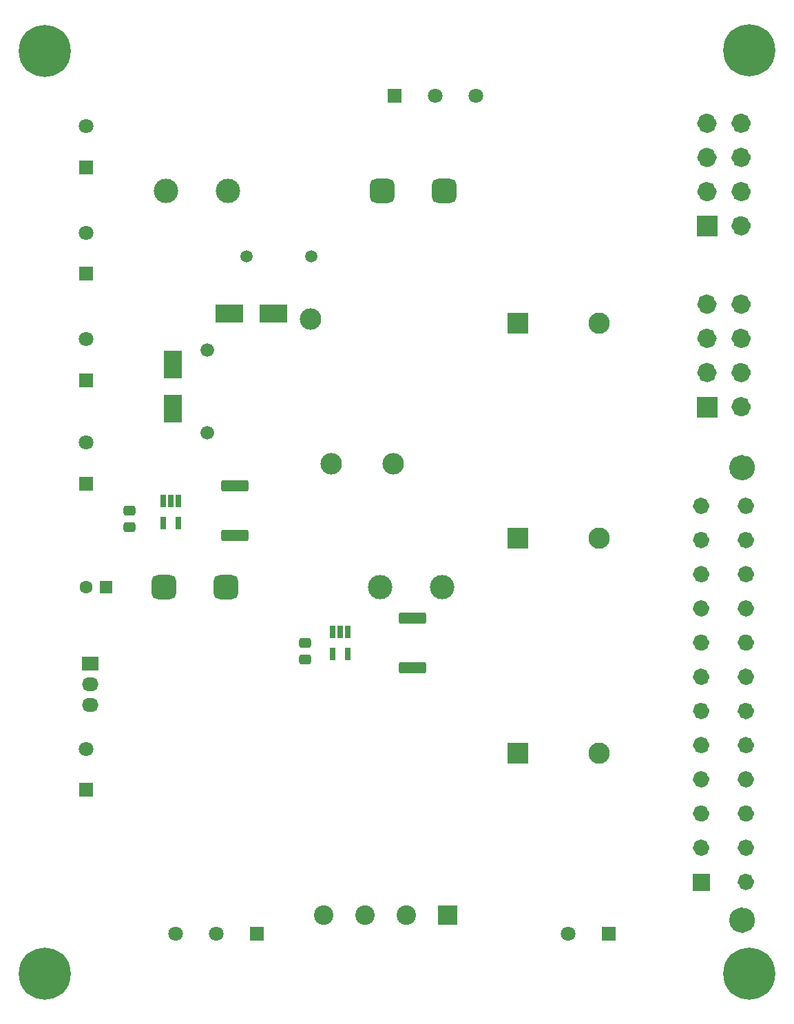
<source format=gbs>
G04 #@! TF.GenerationSoftware,KiCad,Pcbnew,7.0.1*
G04 #@! TF.CreationDate,2023-04-08T17:38:13-04:00*
G04 #@! TF.ProjectId,Input,496e7075-742e-46b6-9963-61645f706362,rev?*
G04 #@! TF.SameCoordinates,Original*
G04 #@! TF.FileFunction,Soldermask,Bot*
G04 #@! TF.FilePolarity,Negative*
%FSLAX46Y46*%
G04 Gerber Fmt 4.6, Leading zero omitted, Abs format (unit mm)*
G04 Created by KiCad (PCBNEW 7.0.1) date 2023-04-08 17:38:13*
%MOMM*%
%LPD*%
G01*
G04 APERTURE LIST*
G04 Aperture macros list*
%AMRoundRect*
0 Rectangle with rounded corners*
0 $1 Rounding radius*
0 $2 $3 $4 $5 $6 $7 $8 $9 X,Y pos of 4 corners*
0 Add a 4 corners polygon primitive as box body*
4,1,4,$2,$3,$4,$5,$6,$7,$8,$9,$2,$3,0*
0 Add four circle primitives for the rounded corners*
1,1,$1+$1,$2,$3*
1,1,$1+$1,$4,$5*
1,1,$1+$1,$6,$7*
1,1,$1+$1,$8,$9*
0 Add four rect primitives between the rounded corners*
20,1,$1+$1,$2,$3,$4,$5,0*
20,1,$1+$1,$4,$5,$6,$7,0*
20,1,$1+$1,$6,$7,$8,$9,0*
20,1,$1+$1,$8,$9,$2,$3,0*%
G04 Aperture macros list end*
%ADD10C,1.026200*%
%ADD11C,1.576200*%
%ADD12C,0.010000*%
%ADD13C,1.226200*%
%ADD14R,2.030000X1.730000*%
%ADD15O,2.030000X1.730000*%
%ADD16R,1.600000X1.600000*%
%ADD17C,1.600000*%
%ADD18RoundRect,0.750000X-0.750000X-0.750000X0.750000X-0.750000X0.750000X0.750000X-0.750000X0.750000X0*%
%ADD19C,3.000000*%
%ADD20C,6.400000*%
%ADD21RoundRect,0.750000X0.750000X0.750000X-0.750000X0.750000X-0.750000X-0.750000X0.750000X-0.750000X0*%
%ADD22R,1.803400X1.803400*%
%ADD23C,1.803400*%
%ADD24R,2.400000X2.400000*%
%ADD25C,2.400000*%
%ADD26R,2.616200X2.616200*%
%ADD27C,2.616200*%
%ADD28C,1.676400*%
%ADD29C,2.641600*%
%ADD30C,1.500000*%
%ADD31R,0.650000X1.560000*%
%ADD32RoundRect,0.250000X-0.475000X0.337500X-0.475000X-0.337500X0.475000X-0.337500X0.475000X0.337500X0*%
%ADD33R,2.300000X3.500000*%
%ADD34R,3.500000X2.300000*%
%ADD35RoundRect,0.249999X-1.425001X0.450001X-1.425001X-0.450001X1.425001X-0.450001X1.425001X0.450001X0*%
G04 APERTURE END LIST*
D10*
X183559100Y-98362000D02*
G75*
G03*
X183559100Y-98362000I-513100J0D01*
G01*
X189059100Y-131962000D02*
G75*
G03*
X189059100Y-131962000I-513100J0D01*
G01*
X183559100Y-136162000D02*
G75*
G03*
X183559100Y-136162000I-513100J0D01*
G01*
X189059100Y-144562000D02*
G75*
G03*
X189059100Y-144562000I-513100J0D01*
G01*
X183559100Y-123562000D02*
G75*
G03*
X183559100Y-123562000I-513100J0D01*
G01*
X189059100Y-110962000D02*
G75*
G03*
X189059100Y-110962000I-513100J0D01*
G01*
X183559100Y-110962000D02*
G75*
G03*
X183559100Y-110962000I-513100J0D01*
G01*
X189059100Y-119362000D02*
G75*
G03*
X189059100Y-119362000I-513100J0D01*
G01*
X183559100Y-106762000D02*
G75*
G03*
X183559100Y-106762000I-513100J0D01*
G01*
X183559100Y-140362000D02*
G75*
G03*
X183559100Y-140362000I-513100J0D01*
G01*
X183559100Y-119362000D02*
G75*
G03*
X183559100Y-119362000I-513100J0D01*
G01*
X189059100Y-127762000D02*
G75*
G03*
X189059100Y-127762000I-513100J0D01*
G01*
X189059100Y-106762000D02*
G75*
G03*
X189059100Y-106762000I-513100J0D01*
G01*
X189059100Y-102562000D02*
G75*
G03*
X189059100Y-102562000I-513100J0D01*
G01*
X189059100Y-123562000D02*
G75*
G03*
X189059100Y-123562000I-513100J0D01*
G01*
X189059100Y-115162000D02*
G75*
G03*
X189059100Y-115162000I-513100J0D01*
G01*
X189059100Y-98362000D02*
G75*
G03*
X189059100Y-98362000I-513100J0D01*
G01*
X189059100Y-140362000D02*
G75*
G03*
X189059100Y-140362000I-513100J0D01*
G01*
X183559100Y-102562000D02*
G75*
G03*
X183559100Y-102562000I-513100J0D01*
G01*
D11*
X188874100Y-149262000D02*
G75*
G03*
X188874100Y-149262000I-788100J0D01*
G01*
D10*
X189059100Y-136162000D02*
G75*
G03*
X189059100Y-136162000I-513100J0D01*
G01*
X183559100Y-115162000D02*
G75*
G03*
X183559100Y-115162000I-513100J0D01*
G01*
X183559100Y-131962000D02*
G75*
G03*
X183559100Y-131962000I-513100J0D01*
G01*
D11*
X188874100Y-93662000D02*
G75*
G03*
X188874100Y-93662000I-788100J0D01*
G01*
D10*
X183559100Y-127762000D02*
G75*
G03*
X183559100Y-127762000I-513100J0D01*
G01*
D12*
X184072200Y-145588200D02*
X182019800Y-145588200D01*
X182019800Y-143535800D01*
X184072200Y-143535800D01*
X184072200Y-145588200D01*
G36*
X184072200Y-145588200D02*
G01*
X182019800Y-145588200D01*
X182019800Y-143535800D01*
X184072200Y-143535800D01*
X184072200Y-145588200D01*
G37*
D13*
X188573100Y-51354800D02*
G75*
G03*
X188573100Y-51354800I-613100J0D01*
G01*
X184373100Y-51354800D02*
G75*
G03*
X184373100Y-51354800I-613100J0D01*
G01*
X184373100Y-59754800D02*
G75*
G03*
X184373100Y-59754800I-613100J0D01*
G01*
X188573100Y-59754800D02*
G75*
G03*
X188573100Y-59754800I-613100J0D01*
G01*
X184373100Y-55554800D02*
G75*
G03*
X184373100Y-55554800I-613100J0D01*
G01*
X188573100Y-63954800D02*
G75*
G03*
X188573100Y-63954800I-613100J0D01*
G01*
X188573100Y-55554800D02*
G75*
G03*
X188573100Y-55554800I-613100J0D01*
G01*
D12*
X184986200Y-65181000D02*
X182533800Y-65181000D01*
X182533800Y-62728600D01*
X184986200Y-62728600D01*
X184986200Y-65181000D01*
G36*
X184986200Y-65181000D02*
G01*
X182533800Y-65181000D01*
X182533800Y-62728600D01*
X184986200Y-62728600D01*
X184986200Y-65181000D01*
G37*
D13*
X188573100Y-77783000D02*
G75*
G03*
X188573100Y-77783000I-613100J0D01*
G01*
X188573100Y-81983000D02*
G75*
G03*
X188573100Y-81983000I-613100J0D01*
G01*
X188573100Y-86183000D02*
G75*
G03*
X188573100Y-86183000I-613100J0D01*
G01*
X184373100Y-73583000D02*
G75*
G03*
X184373100Y-73583000I-613100J0D01*
G01*
X188573100Y-73583000D02*
G75*
G03*
X188573100Y-73583000I-613100J0D01*
G01*
X184373100Y-81983000D02*
G75*
G03*
X184373100Y-81983000I-613100J0D01*
G01*
X184373100Y-77783000D02*
G75*
G03*
X184373100Y-77783000I-613100J0D01*
G01*
D12*
X184986200Y-87409200D02*
X182533800Y-87409200D01*
X182533800Y-84956800D01*
X184986200Y-84956800D01*
X184986200Y-87409200D01*
G36*
X184986200Y-87409200D02*
G01*
X182533800Y-87409200D01*
X182533800Y-84956800D01*
X184986200Y-84956800D01*
X184986200Y-87409200D01*
G37*
D14*
X107899799Y-117732000D03*
D15*
X107899799Y-120272000D03*
X107899799Y-122812000D03*
D16*
X109904379Y-108344000D03*
D17*
X107404379Y-108344000D03*
D18*
X124637000Y-108344000D03*
X117017000Y-108344000D03*
D19*
X151227000Y-108344000D03*
X143607000Y-108344000D03*
D20*
X102376000Y-42436000D03*
D21*
X143861000Y-59690000D03*
X151481000Y-59690000D03*
D19*
X124891000Y-59690000D03*
X117271000Y-59690000D03*
D22*
X107391799Y-56742000D03*
D23*
X107391799Y-51742000D03*
D22*
X171664000Y-150949001D03*
D23*
X166664000Y-150949001D03*
D24*
X151892000Y-148661000D03*
D25*
X146812000Y-148661000D03*
X141732000Y-148661000D03*
X136652000Y-148661000D03*
D19*
X188086000Y-149262000D03*
X188086000Y-93662000D03*
D20*
X102372000Y-155829000D03*
D26*
X160498500Y-102362000D03*
D27*
X170498500Y-102362000D03*
D20*
X188976000Y-155811000D03*
D28*
X122361800Y-89344800D03*
D29*
X137601800Y-93154800D03*
X145221800Y-93154800D03*
X135061800Y-75374800D03*
D28*
X122361800Y-79184800D03*
D22*
X145378000Y-47945999D03*
D23*
X150378000Y-47945999D03*
X155378000Y-47945999D03*
D22*
X107391799Y-69848400D03*
D23*
X107391799Y-64848400D03*
D22*
X107391799Y-95604000D03*
D23*
X107391799Y-90604000D03*
D26*
X160498500Y-128778000D03*
D27*
X170498500Y-128778000D03*
D22*
X107391799Y-82904000D03*
D23*
X107391799Y-77904000D03*
D22*
X107391799Y-133223000D03*
D23*
X107391799Y-128223000D03*
D30*
X127174000Y-67704000D03*
X135074000Y-67704000D03*
D20*
X188976000Y-42418000D03*
D22*
X128444000Y-150949001D03*
D23*
X123444000Y-150949001D03*
X118444000Y-150949001D03*
D26*
X160498500Y-75946000D03*
D27*
X170498500Y-75946000D03*
D31*
X116906000Y-97757500D03*
X117856000Y-97757500D03*
X118806000Y-97757500D03*
X118806000Y-100457500D03*
X116906000Y-100457500D03*
D32*
X112776000Y-98911500D03*
X112776000Y-100986500D03*
D33*
X118120000Y-81006000D03*
X118120000Y-86406000D03*
D34*
X125072000Y-74722000D03*
X130472000Y-74722000D03*
D32*
X134366000Y-115180500D03*
X134366000Y-117255500D03*
D35*
X125740000Y-95896000D03*
X125740000Y-101996000D03*
X147584000Y-112152000D03*
X147584000Y-118252000D03*
D31*
X137744000Y-113852000D03*
X138694000Y-113852000D03*
X139644000Y-113852000D03*
X139644000Y-116552000D03*
X137744000Y-116552000D03*
M02*

</source>
